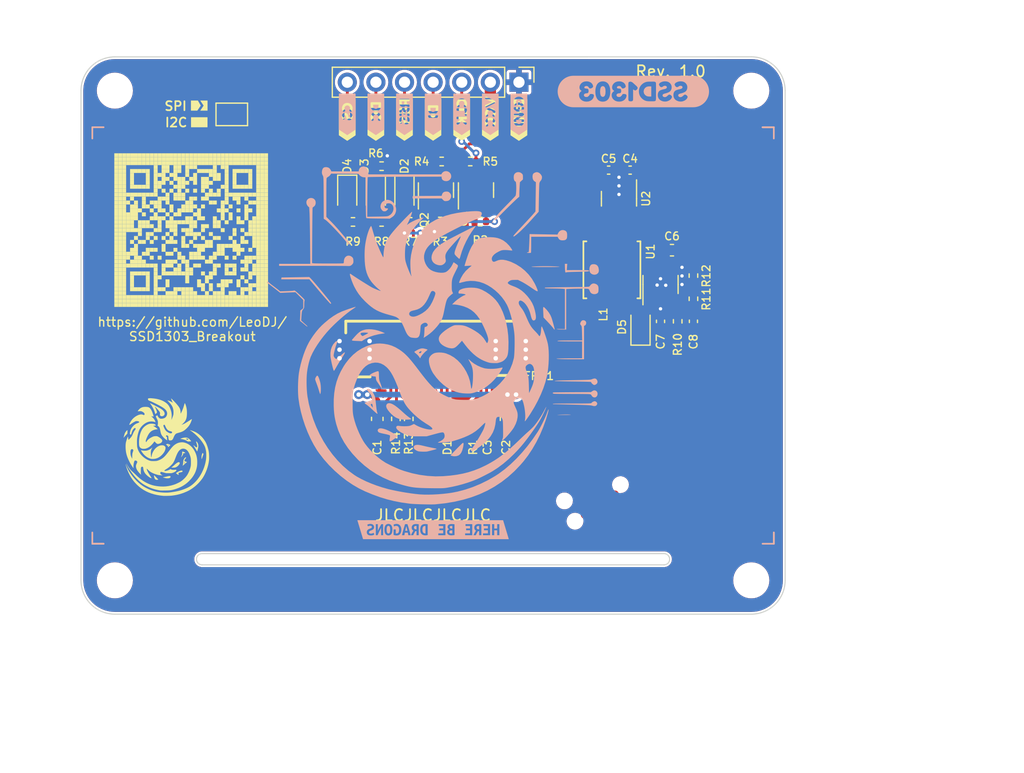
<source format=kicad_pcb>
(kicad_pcb (version 20221018) (generator pcbnew)
  (layers (0 "F.Cu" signal) (31 "B.Cu" signal) (34 "B.Paste" user) (35 "F.Paste" user) (36 "B.SilkS" user "B.Silkscreen") (37 "F.SilkS" user "F.Silkscreen") (38 "B.Mask" user) (39 "F.Mask" user) (44 "Edge.Cuts" user))
  (net 0 "")
  (net 1 "/OLED_VCOMH")
  (net 2 "/OLED_D7")
  (net 3 "/OLED_IREF")
  (net 4 "GND")
  (net 5 "/OLED_R{slash}W")
  (net 6 "/OLED_E")
  (net 7 "/OLED_D3")
  (net 8 "/OLED_D4")
  (net 9 "/OLED_D5")
  (net 10 "/OLED_D6")
  (net 11 "+3V3")
  (net 12 "+12V")
  (net 13 "VCC")
  (net 14 "Net-(U1-FB)")
  (net 15 "OLED_D2")
  (net 16 "OLED_D0")
  (net 17 "/PIN_RES")
  (net 18 "OLED_RES")
  (net 19 "/PIN_DC")
  (net 20 "OLED_D{slash}C")
  (net 21 "/PIN_CS")
  (net 22 "OLED_CS")
  (net 23 "OLED_BS1")
  (net 24 "/PIN_CLK")
  (net 25 "/PIN_SDI")
  (net 26 "Net-(R11-Pad2)")
  (net 28 "OLED_D1")
  (net 29 "/Boost_SW")
  (net 30 "/OLED_BS2")
  (footprint "kibuzzard-649270B3" (layer "F.Cu") (at 77.724 65.14973 -90)
    (fp_text reference "kibuzzard-649270B3" hide)
    (fp_text value "G***" hide)
  )
  (footprint "clipboard:1a0fa234-2fd2-4559-88f1-580cf3211e09" (layer "F.Cu") (at 55.554 68.098479)
    (fp_text reference "")
    (fp_text value "")
  )
  (footprint "Package_TO_SOT_SMD:SOT-23" (layer "F.Cu") (at 99.308477 72.13574 -90)
    (fp_text reference "U2")
    (fp_text value "XC6206P332MR")
  )
  (footprint "Capacitor_SMD:C_0402_1005Metric" (layer "F.Cu") (at 102.997 83.03 90)
    (fp_text reference "C7")
    (fp_text value "1uF/25V")
  )
  (footprint "Resistor_SMD:R_0402_1005Metric" (layer "F.Cu") (at 75.694 74.1975)
    (fp_text reference "R9")
    (fp_text value "100k")
  )
  (footprint "Resistor_SMD:R_0402_1005Metric" (layer "F.Cu") (at 83.439 74.1635)
    (fp_text reference "R3")
    (fp_text value "10k")
  )
  (footprint "Package_TO_SOT_SMD:SOT-23" (layer "F.Cu") (at 83.06 71.374 90)
    (fp_text reference "Q2")
    (fp_text value "2N7002")
  )
  (footprint "Diode_SMD:D_SOD-323" (layer "F.Cu") (at 77.724 71.6575 -90)
    (fp_text reference "D3")
    (fp_text value "1N5819WS")
  )
  (footprint "Capacitor_SMD:C_0603_1608Metric" (layer "F.Cu") (at 87.63 91.694 -90)
    (fp_text reference "C3")
    (fp_text value "10uF/25V")
  )
  (footprint "LeoDJ-kicad:Logo_PCBDerg_Mask_10mm" (layer "F.Cu") (at 58.929 93.536)
    (fp_text reference "G***" hide)
    (fp_text value "LOGO" hide)
  )
  (footprint "Resistor_SMD:R_0402_1005Metric" (layer "F.Cu") (at 80.645 91.694 90)
    (fp_text reference "R13")
    (fp_text value "100k")
  )
  (footprint "Resistor_SMD:R_0402_1005Metric" (layer "F.Cu") (at 83.568 68.8295 180)
    (fp_text reference "R4")
    (fp_text value "10k")
  )
  (footprint "Resistor_SMD:R_0402_1005Metric" (layer "F.Cu") (at 86.106 68.8295)
    (fp_text reference "R5")
    (fp_text value "10k")
  )
  (footprint "kibuzzard-649270AD" (layer "F.Cu") (at 80.264 65.150788 -90)
    (fp_text reference "kibuzzard-649270AD" hide)
    (fp_text value "G***" hide)
  )
  (footprint "Resistor_SMD:R_0402_1005Metric" (layer "F.Cu") (at 86.36 91.694 -90)
    (fp_text reference "R1")
    (fp_text value "1M")
  )
  (footprint "LCSC:IND-SMD_L5.0-W5.0" (layer "F.Cu") (at 98.679 78.454 90)
    (fp_text reference "L1")
    (fp_text value "10uH/<250mΩ")
  )
  (footprint "Resistor_SMD:R_0402_1005Metric" (layer "F.Cu") (at 80.774 74.1975)
    (fp_text reference "R7")
    (fp_text value "100k")
  )
  (footprint "Resistor_SMD:R_0402_1005Metric" (layer "F.Cu") (at 79.502 91.694 90)
    (fp_text reference "R14")
    (fp_text value "100k")
  )
  (footprint "kibuzzard-649270A0" (layer "F.Cu") (at 85.344 65.150788 -90)
    (fp_text reference "kibuzzard-649270A0" hide)
    (fp_text value "G***" hide)
  )
  (footprint "kibuzzard-649270BA" (layer "F.Cu") (at 75.184 65.150788 -90)
    (fp_text reference "kibuzzard-649270BA" hide)
    (fp_text value "G***" hide)
  )
  (footprint "Package_TO_SOT_SMD:SOT-23" (layer "F.Cu") (at 86.614 71.3695 90)
    (fp_text reference "Q1")
    (fp_text value "2N7002")
  )
  (footprint "MountingHole:MountingHole_2.7mm_M2.5" (layer "F.Cu") (at 111.054 106.036)
    (fp_text reference "REF**1" hide)
    (fp_text value "MountingHole_2.7mm_M2.5")
  )
  (footprint "Diode_SMD:D_SOD-323" (layer "F.Cu") (at 84.074 91.694 -90)
    (fp_text reference "D1")
    (fp_text value "1N5819WS")
  )
  (footprint "Resistor_SMD:R_0402_1005Metric" (layer "F.Cu") (at 105.918 78.964 90)
    (fp_text reference "R12")
    (fp_text value "47k")
  )
  (footprint "Resistor_SMD:R_0402_1005Metric" (layer "F.Cu") (at 86.995 74.1635)
    (fp_text reference "R2")
    (fp_text value "10k")
  )
  (footprint "Package_TO_SOT_SMD:SOT-23-5" (layer "F.Cu") (at 102.997 79.756 90)
    (fp_text reference "U1")
    (fp_text value "TPS61040DBV")
  )
  (footprint "Diode_SMD:D_SOD-323" (layer "F.Cu") (at 75.184 71.6575 -90)
    (fp_text reference "D4")
    (fp_text value "1N5819WS")
  )
  (footprint "kibuzzard-649270A6" (layer "F.Cu") (at 82.804 65.146343 -90)
    (fp_text reference "kibuzzard-649270A6" hide)
    (fp_text value "G***" hide)
  )
  (footprint "kibuzzard-64927098" (layer "F.Cu") (at 87.884 65.14973 -90)
    (fp_text reference "kibuzzard-64927098" hide)
    (fp_text value "G***" hide)
  )
  (footprint "Diode_SMD:D_SOD-323" (layer "F.Cu") (at 101.219 83.534 90)
    (fp_text reference "D5")
    (fp_text value "1N5819WS")
  )
  (footprint "Jumper:SolderJumper-2_P1.3mm_Open_TrianglePad1.0x1.5mm" (layer "F.Cu") (at 64.934 64.643)
    (fp_text reference "JP2" hide)
    (fp_text value "I²C/~{SPI}")
  )
  (footprint "Resistor_SMD:R_0402_1005Metric" (layer "F.Cu") (at 105.918 81.024 90)
    (fp_text reference "R11")
    (fp_text value "68k")
  )
  (footprint "MountingHole:MountingHole_2.7mm_M2.5" (layer "F.Cu") (at 54.554 106.036)
    (fp_text reference "REF**" hide)
    (fp_text value "MountingHole_2.7mm_M2.5")
  )
  (footprint "kibuzzard-6492708E" (layer "F.Cu") (at 90.424 65.151 -90)
    (fp_text reference "kibuzzard-6492708E" hide)
    (fp_text value "G***" hide)
  )
  (footprint "Resistor_SMD:R_0402_1005Metric" (layer "F.Cu") (at 104.521 83.026 90)
    (fp_text reference "R10")
    (fp_text value "1M")
  )
  (footprint "Capacitor_SMD:C_0603_1608Metric" (layer "F.Cu") (at 104.013 76.708)
    (fp_text reference "C6")
    (fp_text value "10u")
  )
  (footprint "Capacitor_SMD:C_0402_1005Metric" (layer "F.Cu") (at 100.296477 69.59574 180)
    (fp_text reference "C4")
    (fp_text value "1u")
  )
  (footprint "Resistor_SMD:R_0402_1005Metric" (layer "F.Cu") (at 78.232 69.2445 180)
    (fp_text reference "R6")
    (fp_text value "100k")
  )
  (footprint "Capacitor_SMD:C_0402_1005Metric" (layer "F.Cu") (at 105.918 83.026 90)
    (fp_text reference "C8")
    (fp_text value "10p")
  )
  (footprint "MountingHole:MountingHole_2.7mm_M2.5" (layer "F.Cu") (at 54.554 62.536)
    (fp_text reference "REF**" hide)
    (fp_text value "MountingHole_2.7mm_M2.5")
  )
  (footprint "Capacitor_SMD:C_0603_1608Metric" (layer "F.Cu") (at 77.851 91.694 -90)
    (fp_text reference "C1")
    (fp_text value "10u")
  )
  (footprint "MountingHole:MountingHole_2.7mm_M2.5" (layer "F.Cu") (at 111.054 62.536)
    (fp_text reference "REF**2" hide)
    (fp_text value "MountingHole_2.7mm_M2.5")
  )
  (footprint "Resistor_SMD:R_0402_1005Metric" (layer "F.Cu") (at 78.234 74.1975)
    (fp_text reference "R8")
    (fp_text value "100k")
  )
  (footprint "Capacitor_SMD:C_0603_1608Metric" (layer "F.Cu") (at 89.281 91.694 -90)
    (fp_text reference "C2")
    (fp_text value "10uF/25V")
  )
  (footprint "LCSC:FFC-SMD_22P-P0.50_X05A20L22T" (layer "F.Cu") (at 82.804 86.8245 180)
    (fp_text reference "FPC1")
    (fp_text value "X05A20L22T")
  )
  (footprint "Diode_SMD:D_SOD-323" (layer "F.Cu") (at 80.264 71.6575 -90)
    (fp_text reference "D2")
    (fp_text value "1N5819WS")
  )
  (footprint "Connector_PinHeader_2.54mm:PinHeader_1x07_P2.54mm_Vertical" (layer "F.Cu") (at 90.429 61.786 -90)
    (fp_text reference "J1" hide)
    (fp_text value "PinHeader")
  )
  (footprint "Capacitor_SMD:C_0402_1005Metric" (layer "F.Cu") (at 98.391477 69.59574)
    (fp_text reference "C5")
    (fp_text value "1u")
  )
  (footprint "LeoDJ-kicad:Paw-Connect_TC2030-IDC-NL_2x03_P1.27mm_Vertical" (layer "F.Cu") (at 96.954782 99.16559)
    (fp_text reference "REF**" hide)
    (fp_text value "Paw-Connect_TC2030-IDC-NL_2x03_P1.27mm_Vertical")
  )
  (footprint "LOGO" (layer "B.Cu") (at 82.804 84.286 180)
    (fp_text reference "G***" hide)
    (fp_text value "LOGO" hide)
  )
  (footprint "kibuzzard-649270AD" (layer "B.Cu") (at 80.264 64.643 -90)
    (fp_text reference "kibuzzard-649270AD" hide)
    (fp_text value "G***" hide)
  )
  (footprint "kibuzzard-64927129" (layer "B.Cu") (at 100.584 62.611 180)
    (fp_text reference "kibuzzard-64927129" hide)
    (fp_text value "G***" hide)
  )
  (footprint "kibuzzard-649270B3" (layer "B.Cu") (at 77.724 64.641942 -90)
    (fp_text reference "kibuzzard-649270B3" hide)
    (fp_text value "G***" hide)
  )
  (footprint "kibuzzard-649270BA" (layer "B.Cu") (at 75.184 64.643 -90)
    (fp_text reference "kibuzzard-649270BA" hide)
    (fp_text value "G***" hide)
  )
  (footprint "kibuzzard-649270A0" (layer "B.Cu") (at 85.344 64.643 -90)
    (fp_text reference "kibuzzard-649270A0" hide)
    (fp_text value "G***" hide)
  )
  (footprint "kibuzzard-6492A15D" (layer "B.Cu") (at 82.804 101.536 180)
    (fp_text reference "kibuzzard-6492A15D" hide)
    (fp_text value "G***" hide)
  )
  (footprint "kibuzzard-64927098" (layer "B.Cu") (at 87.884 64.641942 -90)
    (fp_text reference "kibuzzard-64927098" hide)
    (fp_text value "G***" hide)
  )
  (footprint "kibuzzard-649270A6" (layer "B.Cu") (at 82.804 64.638555 -90)
    (fp_text reference "kibuzzard-649270A6" hide)
    (fp_text value "G***" hide)
  )
  (footprint "kibuzzard-6492708E" (layer "B.Cu") (at 90.424 64.643212 -90)
    (fp_text reference "kibuzzard-6492708E" hide)
    (fp_text value "G***" hide)
  )
  (gr_line (start 53.554 102.786) (end 52.554 102.786) (stroke (width 0.15)) (layer "B.SilkS"))
  (gr_line (start 113.054 65.786) (end 112.054 65.786) (stroke (width 0.15)) (layer "B.SilkS"))
  (gr_line (start 52.554 102.786) (end 53.554 102.786) (stroke (width 0.15)) (layer "B.SilkS"))
  (gr_line (start 112.054 65.786) (end 113.054 65.786) (stroke (width 0.15)) (layer "B.SilkS"))
  (gr_line (start 113.054 65.786) (end 113.054 66.786) (stroke (width 0.15)) (layer "B.SilkS"))
  (gr_line (start 52.554 65.786) (end 53.554 65.786) (stroke (width 0.15)) (layer "B.SilkS"))
  (gr_line (start 52.554 66.786) (end 52.554 65.786) (stroke (width 0.15)) (layer "B.SilkS"))
  (gr_line (start 113.054 101.786) (end 113.054 102.786) (stroke (width 0.15)) (layer "B.SilkS"))
  (gr_line (start 113.054 102.786) (end 112.054 102.786) (stroke (width 0.15)) (layer "B.SilkS"))
  (gr_line (start 52.554 102.786) (end 52.554 101.786) (stroke (width 0.15)) (layer "B.SilkS"))
  (gr_line (start 113.054 102.786) (end 113.054 101.786) (stroke (width 0.15)) (layer "B.SilkS"))
  (gr_poly (pts (xy 62.1332 63.4128) (xy 62.4332 63.8628) (xy 62.1332 64.3128) (xy 62.7832 64.3128) (xy 62.7832 63.4128)) (fill solid) (layer "F.SilkS"))
  (gr_poly (pts (xy 62.1792 63.8628) (xy 61.9252 63.4128) (xy 61.3082 63.4128) (xy 61.3082 64.3128) (xy 61.8744 64.3128)) (fill solid) (layer "F.SilkS"))
  (gr_rect (start 61.316646 64.89745) (end 62.778646 65.78895) (fill solid) (layer "F.SilkS"))
  (gr_line (start 54.550321 109.039679) (end 111.057679 109.039679) (stroke (width 0.1)) (layer "Edge.Cuts"))
  (gr_arc (start 51.55032 62.536) (mid 52.428999 60.414679) (end 54.55032 59.536) (stroke (width 0.1)) (layer "Edge.Cuts"))
  (gr_line (start 103.304 104.661) (end 62.304 104.661) (stroke (width 0.1)) (layer "Edge.Cuts"))
  (gr_arc (start 114.057679 106.039679) (mid 113.179 108.161) (end 111.057679 109.039679) (stroke (width 0.1)) (layer "Edge.Cuts"))
  (gr_line (start 111.057679 59.532321) (end 54.55032 59.536) (stroke (width 0.1)) (layer "Edge.Cuts"))
  (gr_arc (start 54.550321 109.039679) (mid 52.429 108.161) (end 51.550321 106.039679) (stroke (width 0.1)) (layer "Edge.Cuts"))
  (gr_line (start 114.057679 106.039679) (end 114.057679 62.532321) (stroke (width 0.1)) (layer "Edge.Cuts"))
  (gr_line (start 51.55032 62.536) (end 51.550321 106.039679) (stroke (width 0.1)) (layer "Edge.Cuts"))
  (gr_arc (start 111.057679 59.532321) (mid 113.179 60.411) (end 114.057679 62.532321) (stroke (width 0.1)) (layer "Edge.Cuts"))
  (gr_arc (start 103.304 103.661) (mid 103.804 104.161) (end 103.304 104.661) (stroke (width 0.1)) (layer "Edge.Cuts"))
  (gr_arc (start 62.304 104.661) (mid 61.804 104.161) (end 62.304 103.661) (stroke (width 0.1)) (layer "Edge.Cuts"))
  (gr_line (start 62.304 103.661) (end 103.304 103.661) (stroke (width 0.1)) (layer "Edge.Cuts"))
  (gr_text "Rev. 1.0" (at 100.679 61.411) (layer "F.SilkS") (effects (font (size 1 1)) (justify left bottom)))
  (gr_text "I2C" (at 58.9224 65.833) (layer "F.SilkS") (effects (font (size 0.8 0.8)) (justify left bottom)))
  (gr_text "https://github.com/LeoDJ/\nSSD1303_Breakout" (at 61.429 84.848479) (layer "F.SilkS") (effects (font (size 0.8 0.8) (thickness 0.12)) (justify bottom)))
  (gr_text "SPI" (at 58.8772 64.378) (layer "F.SilkS") (effects (font (size 0.8 0.8)) (justify left bottom)))
  (gr_text "JLCJLCJLCJLC" (at 82.804 100.838) (layer "F.SilkS") (effects (font (size 1 1)) (justify bottom)))
  (segment (start 87.554 88.1145) (end 87.554 90.843) (width 0.254) (layer "F.Cu") (net 1))
  (segment (start 87.554 90.843) (end 87.63 90.919) (width 0.254) (layer "F.Cu") (net 1))
  (segment (start 86.36 90.17) (end 86.36 91.184) (width 0.254) (layer "F.Cu") (net 3))
  (segment (start 87.054 89.476) (end 86.36 90.17) (width 0.254) (layer "F.Cu") (net 3))
  (segment (start 87.054 88.1145) (end 87.054 89.476) (width 0.254) (layer "F.Cu") (net 3))
  (segment (start 78.74 69.2425) (end 78.742 69.2445) (width 0.254) (layer "F.Cu") (net 4))
  (segment (start 103.529518 79.756) (end 104.902 79.756) (width 0.254) (layer "F.Cu") (net 4))
  (segment (start 104.902 78.994) (end 104.902 78.232) (width 0.254) (layer "F.Cu") (net 4))
  (segment (start 91.0336 85.5472) (end 88.3666 85.5472) (width 2.5) (layer "F.Cu") (net 4))
  (segment (start 103.459362 79.826156) (end 103.529518 79.756) (width 0.254) (layer "F.Cu") (net 4))
  (segment (start 77.1652 85.5472) (end 74.4982 85.5472) (width 2.5) (layer "F.Cu") (net 4))
  (segment (start 102.6922 79.8068) (end 102.711556 79.826156) (width 0.254) (layer "F.Cu") (net 4))
  (segment (start 78.74 68.3215) (end 78.74 69.2425) (width 0.254) (layer "F.Cu") (net 4))
  (segment (start 102.997 80.8935) (end 102.997 81.915) (width 0.254) (layer "F.Cu") (net 4))
  (segment (start 102.711556 79.826156) (end 103.459362 79.826156) (width 0.254) (layer "F.Cu") (net 4))
  (via (at 77.1652 84.7852) (size 0.8) (drill 0.4) (layers "F.Cu" "B.Cu") (net 4))
  (via (at 102.6922 79.8068) (size 0.6) (drill 0.3) (layers "F.Cu" "B.Cu") (net 4))
  (via (at 74.4982 85.5472) (size 0.8) (drill 0.4) (layers "F.Cu" "B.Cu") (net 4))
  (via (at 104.902 79.756) (size 0.6) (drill 0.3) (layers "F.Cu" "B.Cu") (net 4))
  (via (at 88.3666 85.5472) (size 0.8) (drill 0.4) (layers "F.Cu" "B.Cu") (net 4))
  (via (at 77.1652 85.5472) (size 0.8) (drill 0.4) (layers "F.Cu" "B.Cu") (net 4))
  (via (at 102.997 79.245) (size 0.6) (drill 0.3) (layers "F.Cu" "B.Cu") (net 4))
  (via (at 77.1652 86.3092) (size 0.8) (drill 0.4) (layers "F.Cu" "B.Cu") (net 4))
  (via (at 99.308477 70.99274) (size 0.6) (drill 0.3) (layers "F.Cu" "B.Cu") (net 4))
  (via (at 91.0336 86.3092) (size 0.8) (drill 0.4) (layers "F.Cu" "B.Cu") (net 4))
  (via (at 88.3666 84.7852) (size 0.8) (drill 0.4) (layers "F.Cu" "B.Cu") (net 4))
  (via (at 99.308477 70.23074) (size 0.6) (drill 0.3) (layers "F.Cu" "B.Cu") (net 4))
  (via (at 78.74 68.3215) (size 0.6) (drill 0.3) (layers "F.Cu" "B.Cu") (net 4))
  (via (at 103.459362 79.826156) (size 0.6) (drill 0.3) (layers "F.Cu" "B.Cu") (net 4))
  (via (at 74.4982 84.7852) (size 0.8) (drill 0.4) (layers "F.Cu" "B.Cu") (net 4))
  (via (at 91.0336 85.5472) (size 0.8) (drill 0.4) (layers "F.Cu" "B.Cu") (net 4))
  (via (at 102.997 81.915) (size 0.6) (drill 0.3) (layers "F.Cu" "B.Cu") (net 4))
  (via (at 74.4982 86.3092) (size 0.8) (drill 0.4) (layers "F.Cu" "B.Cu") (net 4))
  (via (at 88.3666 86.3092) (size 0.8) (drill 0.4) (layers "F.Cu" "B.Cu") (net 4))
  (via (at 104.902 78.994) (size 0.6) (drill 0.3) (layers "F.Cu" "B.Cu") (net 4))
  (via (at 99.308477 71.75474) (size 0.6) (drill 0.3) (layers "F.Cu" "B.Cu") (net 4))
  (via (at 104.902 78.232) (size 0.6) (drill 0.3) (layers "F.Cu" "B.Cu") (net 4))
  (via (at 91.0336 84.7852) (size 0.8) (drill 0.4) (layers "F.Cu" "B.Cu") (net 4))
  (segment (start 94.554 87.411) (end 92.43 89.535) (width 0.508) (layer "F.Cu") (net 11))
  (segment (start 82.11 73.3715) (end 82.11 72.3115) (width 0.254) (layer "F.Cu") (net 11))
  (segment (start 79.054 89.716) (end 77.851 90.919) (width 0.254) (layer "F.Cu") (net 11))
  (segment (start 94.554 76.642) (end 94.554 87.411) (width 0.508) (layer "F.Cu") (net 11))
  (segment (start 97.911477 70.10374) (end 98.358477 70.55074) (width 0.508) (layer "F.Cu") (net 11))
  (segment (start 76.2 89.535) (end 76.962 89.535) (width 0.508) (layer "F.Cu") (net 11))
  (segment (start 85.664 72.307) (end 85.664 71.821) (width 0.508) (layer "F.Cu") (net 11))
  (segment (start 97.911477 69.59574) (end 97.911477 70.10374) (width 0.508) (layer "F.Cu") (net 11))
  (segment (start 82.11 71.95) (end 82.11 72.3115) (width 0.508) (layer "F.Cu") (net 11))
  (segment (start 94.535 76.661) (end 88.345 76.661) (width 0.508) (layer "F.Cu") (net 11))
  (segment (start 86.485 74.801) (end 86.485 74.1635) (width 0.508) (layer "F.Cu") (net 11))
  (segment (start 79.054 81.4416) (end 64.209 66.5966) (width 0.254) (layer "F.Cu") (net 11))
  (segment (start 78.744 74.1975) (end 78.744 71.632) (width 0.508) (layer "F.Cu") (net 11))
  (segment (start 90.17 89.535) (end 89.408 89.535) (width 0.508) (layer "F.Cu") (net 11))
  (segment (start 82.423 71.628) (end 82.11 71.941) (width 0.508) (layer "F.Cu") (net 11))
  (segment (start 82.11 71.941) (end 82.11 72.3115) (width 0.508) (layer "F.Cu") (net 11))
  (segment (start 78.744 71.632) (end 78.74 71.628) (width 0.508) (layer "F.Cu") (net 11))
  (segment (start 86.485 74.039) (end 85.664 73.218) (width 0.508) (layer "F.Cu") (net 11))
  (segment (start 83.185 71.628) (end 83.28142 71.628) (width 0.254) (layer "F.Cu") (net 11))
  (segment (start 84.963 71.12) (end 83.82 71.12) (width 0.508) (layer "F.Cu") (net 11))
  (segment (start 88.345 76.661) (end 86.485 74.801) (width 0.508) (layer "F.Cu") (net 11))
  (segment (start 77.343 89.535) (end 77.851 90.043) (width 0.508) (layer "F.Cu") (net 11))
  (segment (start 86.485 74.1635) (end 86.485 74.039) (width 0.508) (layer "F.Cu") (net 11))
  (segment (start 83.28142 71.628) (end 83.78942 71.12) (width 0.254) (layer "F.Cu") (net 11))
  (segment (start 81.284 74.1975) (end 82.11 73.3715) (width 0.254) (layer "F.Cu") (net 11))
  (segment (start 76.962 89.535) (end 77.343 89.535) (width 0.508) (layer "F.Cu") (net 11))
  (segment (start 82.929 74.1635) (end 82.9265 74.1635) (width 0.254) (layer "F.Cu") (net 11))
  (segment (start 98.358477 71.19824) (end 98.358477 72.837523) (width 0.508) (layer "F.Cu") (net 11))
  (segment (start 83.78942 71.12) (end 83.82 71.12) (width 0.254) (layer "F.Cu") (net 11))
  (segment (start 64.209 66.5966) (end 64.209 64.643) (width 0.254) (layer "F.Cu") (net 11))
  (segment (start 98.358477 70.55074) (end 98.358477 71.19824) (width 0.508) (layer "F.Cu") (net 11))
  (segment (start 81.788 71.628) (end 82.11 71.95) (width 0.508) (layer "F.Cu") (net 11))
  (segment (start 76.835 71.628) (end 81.788 71.628) (width 0.508) (layer "F.Cu") (net 11))
  (segment (start 83.185 71.628) (end 82.423 71.628) (width 0.508) (layer "F.Cu") (net 11))
  (segment (start 79.054 88.1145) (end 79.054 89.716) (width 0.254) (layer "F.Cu") (net 11))
  (segment (start 95.758 75.438) (end 94.535 76.661) (width 0.508) (layer "F.Cu") (net 11))
  (segment (start 92.43 89.535) (end 90.17 89.535) (width 0.508) (layer "F.Cu") (net 11))
  (segment (start 95.758 75.438) (end 94.554 76.642) (width 0.508) (layer "F.Cu") (net 11))
  (segment (start 79.054 88.1145) (end 79.054 81.4416) (width 0.254) (layer "F.Cu") (net 11))
  (segment (start 76.204 72.259) (end 76.835 71.628) (width 0.508) (layer "F.Cu") (net 11))
  (segment (start 77.851 90.043) (end 77.851 90.919) (width 0.508) (layer "F.Cu") (net 11))
  (segment (start 82.9265 74.1635) (end 82.11 73.347) (width 0.254) (layer "F.Cu") (net 11))
  (segment (start 85.664 73.218) (end 85.664 72.307) (width 0.508) (layer "F.Cu") (net 11))
  (segment (start 98.358477 72.837523) (end 95.758 75.438) (width 0.508) (layer "F.Cu") (net 11))
  (segment (start 76.204 74.1975) (end 76.204 72.259) (width 0.508) (layer "F.Cu") (net 11))
  (segment (start 82.11 73.347) (end 82.11 72.3115) (width 0.254) (layer "F.Cu") (net 11))
  (segment (start 85.09 71.247) (end 84.963 71.12) (width 0.508) (layer "F.Cu") (net 11))
  (segment (start 85.664 71.821) (end 85.09 71.247) (width 0.508) (layer "F.Cu") (net 11))
  (via (at 89.408 89.535) (size 0.8) (drill 0.4) (layers "F.Cu" "B.Cu") (net 11))
  (via (at 76.2 89.535) (size 0.8) (drill 0.4) (layers "F.Cu" "B.Cu") (net 11))
  (via (at 76.962 89.535) (size 0.8) (drill 0.4) (layers "F.Cu" "B.Cu") (net 11))
  (via (at 90.17 89.535) (size 0.8) (drill 0.4) (layers "F.Cu" "B.Cu") (net 11))
  (segment (start 76.962 89.535) (end 76.2 89.535) (width 0.508) (layer "B.Cu") (net 11))
  (segment (start 89.408 89.535) (end 90.17 89.535) (width 0.508) (layer "B.Cu") (net 11))
  (segment (start 89.408 89.535) (end 76.962 89.535) (width 0.508) (layer "B.Cu") (net 11))
  (segment (start 88.054 89.451) (end 89.281 90.678) (width 0.254) (layer "F.Cu") (net 12))
  (segment (start 89.281 90.678) (end 89.281 90.919) (width 0.254) (layer "F.Cu") (net 12))
  (segment (start 89.281 90.919) (end 98.311 90.919) (width 0.508) (layer "F.Cu") (net 12))
  (segment (start 101.219 88.011) (end 101.219 84.584) (width 0.508) (layer "F.Cu") (net 12))
  (segment (start 88.054 88.1145) (end 88.054 89.451) (width 0.254) (layer "F.Cu") (net 12))
  (segment (start 98.311 90.919) (end 101.219 88.011) (width 0.508) (layer "F.Cu") (net 12))
  (segment (start 101.086477 70.99274) (end 101.086477 70.48474) (width 0.508) (layer "F.Cu") (net 13))
  (segment (start 101.086477 70.48474) (end 101.086477 69.90574) (width 0.508) (layer "F.Cu") (net 13))
  (segment (start 87.889 61.786) (end 87.889 63.124) (width 1) (layer "F.Cu") (net 13))
  (segment (start 103.238 68.567) (end 103.238 70.86574) (width 1) (layer "F.Cu") (net 13))
  (segment (start 100.275977 73.07324) (end 101.086477 72.26274) (width 0.508) (layer "F.Cu") (net 13))
  (segment (start 84.8405 68.4485) (end 84.8405 68.8295) (width 0.254) (layer "F.Cu") (net 13))
  (segment (start 101.086477 70.99274) (end 103.111 70.99274) (width 0.508) (layer "F.Cu") (net 13))
  (segment (start 101.086477 69.90574) (end 100.776477 69.59574) (width 0.508) (layer "F.Cu") (net 13))
  (segment (start 103.111 70.99274) (end 103.238 70.86574) (width 0.508) (layer "F.Cu") (net 13))
  (segment (start 90.17 65.405) (end 98.171 65.405) (width 1) (layer "F.Cu") (net 13))
  (segment (start 84.078 68.8295) (end 84.8315 68.8295) (width 0.254) (layer "F.Cu") (net 13))
  (segment (start 101.086477 72.26274) (end 101.086477 70.99274) (width 0.508) (layer "F.Cu") (net 13))
  (segment (start 103.947 78.6185) (end 102.047 78.6185) (width 0.254) (layer "F.Cu") (net 13))
  (segment (start 103.238 70.86574) (end 103.238 76.708) (width 1) (layer "F.Cu") (net 13))
  (segment (start 87.889 63.124) (end 90.17 65.405) (width 1) (layer "F.Cu") (net 13))
  (segment (start 99.308477 73.07324) (end 100.275977 73.07324) (width 0.508) (layer "F.Cu") (net 13))
  (segment (start 88.3158 67.2592) (end 86.0298 67.2592) (width 0.254) (layer "F.Cu") (net 13))
  (segment (start 90.17 65.405) (end 88.3158 67.2592) (width 0.254) (layer "F.Cu") (net 13))
  (segment (start 98.171 65.405) (end 100.076 65.405) (width 1) (layer "F.Cu") (net 13))
  (segment (start 100.076 65.405) (end 103.238 68.567) (width 1) (layer "F.Cu") (net 13))
  (segment (start 86.0298 67.2592) (end 84.8405 68.4485) (width 0.254) (layer "F.Cu") (net 13))
  (segment (start 84.8405 68.8295) (end 85.596 68.8295) (width 0.254) (layer "F.Cu") (net 13))
  (segment (start 103.947 81.595) (end 104.521 82.169) (width 0.254) (layer "F.Cu") (net 14))
  (segment (start 105.918 82.546) (end 105.918 81.534) (width 0.254) (layer "F.Cu") (net 14))
  (segment (start 103.947 80.8935) (end 103.947 81.595) (width 0.254) (layer "F.Cu") (net 14))
  (segment (start 104.551 82.546) (end 104.521 82.516) (width 0.254) (layer "F.Cu") (net 14))
  (segment (start 104.521 82.169) (end 104.521 82.516) (width 0.254) (layer "F.Cu") (net 14))
  (segment (start 105.918 82.546) (end 104.551 82.546) (width 0.254) (layer "F.Cu") (net 14))
  (segment (start 84.054 90.624) (end 84.074 90.644) (width 0.254) (layer "F.Cu") (net 15))
  (segment (start 84.054 88.1145) (end 84.054 90.624) (width 0.254) (layer "F.Cu") (net 15))
  (segment (start 82.9275 75.057) (end 83.054 75.1835) (width 0.254) (layer "F.Cu") (net 16))
  (segment (start 87.505 72.366) (end 87.564 72.307) (width 0.254) (layer "F.Cu") (net 16))
  (segment (start 88.2605 74.1635) (end 88.265 74.168) (width 0.254) (layer "F.Cu") (net 16))
  (segment (start 87.505 74.1635) (end 88.2605 74.1635) (width 0.254) (layer "F.Cu") (net 16))
  (segment (start 87.505 74.1635) (end 87.505 72.366) (width 0.254) (layer "F.Cu") (net 16))
  (segment (start 83.054 75.1835) (end 83.054 88.1145) (width 0.254) (layer "F.Cu") (net 16))
  (via (at 88.265 74.168) (size 0.6) (drill 0.3) (layers "F.Cu" "B.Cu") (net 16))
  (via (at 82.9275 75.057) (size 0.6) (drill 0.3) (layers "F.Cu" "B.Cu") (net 16))
  (segment (start 88.265 74.168) (end 83.8165 74.168) (width 0.254) (layer "B.Cu") (net 16))
  (segment (start 83.8165 74.168) (end 82.9275 75.057) (width 0.254) (layer "B.Cu") (net 16))
  (segment (start 80.269 70.6025) (end 80.269 61.786) (width 0.254) (layer "F.Cu") (net 17))
  (segment (start 80.264 70.6075) (end 80.269 70.6025) (width 0.254) (layer "F.Cu") (net 17))
  (segment (start 81.054 74.9875) (end 81.054 88.1145) (width 0.254) (layer "F.Cu") (net 18))
  (segment (start 80.264 74.1975) (end 80.264 72.7075) (width 0.254) (layer "F.Cu") (net 18))
  (segment (start 80.264 74.1975) (end 81.054 74.9875) (width 0.254) (layer "F.Cu") (net 18))
  (segment (start 77.722 69.2445) (end 77.729 69.2375) (width 0.254) (layer "F.Cu") (net 19))
  (segment (start 77.724 70.6075) (end 77.724 69.2465) (width 0.254) (layer "F.Cu") (net 19))
  (segment (start 77.729 69.2375) (end 77.729 61.786) (width 0.254) (layer "F.Cu") (net 19))
  (segment (start 77.724 69.2465) (end 77.722 69.2445) (width 0.254) (layer "F.Cu") (net 19))
  (segment (start 78.359 75.184) (end 77.724 74.549) (width 0.254) (layer "F.Cu") (net 20))
  (segment (start 81.554 75.3105) (end 81.6805 75.184) (width 0.254) (layer "F.Cu") (net 20))
  (segment (start 80.264 75.184) (end 78.359 75.184) (width 0.254) (layer "F.Cu") (net 20))
  (segment (start 77.724 74.1975) (end 77.724 72.7075) (width 0.254) (layer "F.Cu") (net 20))
  (segment (start 81.554 88.1145) (end 81.554 75.3105) (width 0.254) (layer "F.Cu") (net 20))
  (segment (start 77.724 74.549) (end 77.724 74.1975) (width 0.254) (layer "F.Cu") (net 20))
  (via (at 81.6805 75.184) (size 0.6) (drill 0.3) (layers "F.Cu" "B.Cu") (net 20))
  (via (at 80.264 75.184) (size 0.6) (drill 0.3) (layers "F.Cu" "B.Cu") (net 20))
  (segment (start 81.6805 75.184) (end 80.264 75.184) (width 0.254) (layer "B.Cu") (net 20))
  (segment (start 75.189 70.6025) (end 75.189 61.786) (width 0.254) (layer "F.Cu") (net 21))
  (segment (start 75.184 70.6075) (end 75.189 70.6025) (width 0.254) (layer "F.Cu") (net 21))
  (segment (start 75.184 74.1975) (end 75.184 74.676) (width 0.254) (layer "F.Cu") (net 22))
  (segment (start 80.554 80.046) (end 80.554 88.1145) (width 0.254) (layer "F.Cu") (net 22))
  (segment (start 75.184 74.1975) (end 75.184 72.7075) (width 0.254) (layer "F.Cu") (net 22))
  (segment (start 75.184 74.676) (end 80.554 80.046) (width 0.254) (layer "F.Cu") (net 22))
  (segment (start 79.554 88.1145) (end 79.554 80.824) (width 0.254) (layer "F.Cu") (net 23))
  (segment (start 79.502 91.184) (end 79.554 91.132) (width 0.254) (layer "F.Cu") (net 23))
  (segment (start 65.659 66.929) (end 65.659 64.643) (width 0.254) (layer "F.Cu") (net 23))
  (segment (start 79.554 80.824) (end 65.659 66.929) (width 0.254) (layer "F.Cu") (net 23))
  (segment (start 79.554 91.132) (end 79.554 88.1145) (width 0.254) (layer "F.Cu") (net 23))
  (segment (start 86.614 68.8315) (end 86.616 68.8295) (width 0.254) (layer "F.Cu") (net 24))
  (segment (start 86.614 70.432) (end 86.614 68.8315) (width 0.254) (layer "F.Cu") (net 24))
  (segment (start 86.614 68.072) (end 86.614 68.8275) (width 0.254) (layer "F.Cu") (net 24))
  (segment (start 85.349 67.0102) (end 85.349 61.786) (width 0.254) (layer "F.Cu") (net 24))
  (segment (start 85.349 67.051) (end 85.344 67.056) (width 0.254) (layer "F.Cu") (net 24))
  (segment (start 85.349 67.0102) (end 85.349 67.051) (width 0.254) (layer "F.Cu") (net 24))
  (segment (start 86.614 68.8275) (end 86.616 68.8295) (width 0.254) (layer "F.Cu") (net 24))
  (via (at 85.344 67.056) (size 0.6) (drill 0.3) (layers "F.Cu" "B.Cu") (net 24))
  (via (at 86.614 68.072) (size 0.6) (drill 0.3) (layers "F.Cu" "B.Cu") (net 24))
  (segment (start 86.487 68.072) (end 85.471 67.056) (width 0.254) (layer "B.Cu") (net 24))
  (segment (start 86.614 68.072) (end 86.487 68.072) (width 0.254) (layer "B.Cu") (net 24))
  (segment (start 85.471 67.056) (end 85.344 67.056) (width 0.254) (layer "B.Cu") (net 24))
  (segment (start 83.06 68.8315) (end 83.058 68.8295) (width 0.254) (layer "F.Cu") (net 25))
  (segment (start 83.058 68.8295) (end 82.809 68.5805) (width 0.254) (layer "F.Cu") (net 25))
  (segment (start 82.809 68.5805) (end 82.809 61.786) (width 0.254) (layer "F.Cu") (net 25))
  (segment (start 83.06 70.4365) (end 83.06 68.8315) (width 0.254) (layer "F.Cu") (net 25))
  (segment (start 105.918 80.514) (end 105.918 79.474) (width 0.254) (layer "F.Cu") (net 26))
  (segment (start 83.554 89.674) (end 83.554 88.1145) (width 0.254) (layer "F.Cu") (net 28))
  (segment (start 83.949 74.1635) (end 83.554 74.5585) (width 0.254) (layer "F.Cu") (net 28))
  (segment (start 84.074 92.744) (end 83.312 91.982) (width 0.254) (layer "F.Cu") (net 28))
  (segment (start 83.949 72.3725) (end 84.01 72.3115) (width 0.254) (layer "F.Cu") (net 28))
  (segment (start 83.312 89.916) (end 83.554 89.674) (width 0.254) (layer "F.Cu") (net 28))
  (segment (start 83.554 74.5585) (end 83.554 88.1145) (width 0.254) (layer "F.Cu") (net 28))
  (segment (start 83.312 91.982) (end 83.312 89.916) (width 0.254) (layer "F.Cu") (net 28))
  (segment (start 83.949 74.1635) (end 83.949 72.3725) (width 0.254) (layer "F.Cu") (net 28))
  (segment (start 80.645 91.184) (end 80.645 90.297) (width 0.254) (layer "F.Cu") (net 30))
  (segment (start 80.645 90.297) (end 80.054 89.706) (width 0.254) (layer "F.Cu") (net 30))
  (segment (start 80.054 89.706) (end 80.054 88.1145) (width 0.254) (layer "F.Cu") (net 30))
  (zone (net 12) (net_name "+12V") (layer "F.Cu") (priority 2) (connect_pads yes (clearance 0.254)) (min_thickness 0.254) (fill yes (thermal_gap 0.254) (thermal_bridge_width 0.5) (smoothing chamfer) (radius 0.5))
    (polygon (pts (xy 106.299 83.185) (xy 102.3112 83.185) (xy 101.7524 83.7438) (xy 99.695 83.7438) (xy 99.695 85.979) (xy 106.299 85.979)))
  )
  (zone (net 13) (net_name "VCC") (layer "F.Cu") (priority 3) (connect_pads yes (clearance 0.254)) (min_thickness 0.254) (fill yes (thermal_gap 0.254) (thermal_bridge_width 0.5) (smoothing chamfer) (radius 0.5))
    (polygon (pts (xy 103.987 75.323) (xy 96.508 75.323) (xy 96.52 77.724) (xy 101.092 77.724) (xy 101.092 79.130656) (xy 102.362 79.121) (xy 102.743 78.74) (xy 104.013 78.74)))
  )
  (zone (net 4) (net_name "GND") (layer "F.Cu") (priority 1) (connect_pads yes (clearance 0.254)) (min_thickness 0.254) (fill yes (thermal_gap 0.254) (thermal_bridge_width 0.5) (smoothing chamfer) (radius 0.5))
    (polygon (pts (xy 98.419477 72.13574) (xy 100.705477 72.13574) (xy 100.705477 68.83374) (xy 98.419477 68.83374)))
  )
  (zone (net 29) (net_name "/Boost_SW") (layer "F.Cu") (priority 2) (connect_pads yes (clearance 0.254)) (min_thickness 0.254) (fill yes (thermal_gap 0.254) (thermal_bridge_width 0.5) (smoothing chamfer) (radius 0.5))
    (polygon (pts (xy 102.489 79.121) (xy 96.508 79.121) (xy 96.508 83.058) (xy 102.489 83.058)))
  )
  (zone (net 4) (net_name "GND") (layer "F.Cu") (priority 1) (connect_pads yes (clearance 0.254)) (min_thickness 0.254) (fill yes (thermal_gap 0.254) (thermal_bridge_width 0.5) (smoothing chamfer) (radius 0.5))
    (polygon (pts (xy 106.299 75.819) (xy 102.489 75.819) (xy 102.489 83.058) (xy 106.299 83.058)))
  )
  (zone (net 4) (net_name "GND") (layer "F.Cu") (connect_pads (clearance 0.254)) (min_thickness 0.127) (fill yes (thermal_gap 0.254) (thermal_bridge_width 0.5))
    (polygon (pts (xy 124.587 54.483) (xy 48.641 54.483) (xy 48.641 118.618) (xy 124.587 118.618)))
  )
  (zone (net 4) (net_name "GND") (layer "B.Cu") (connect_pads (clearance 0.254)) (min_thickness 0.127) (fill yes (thermal_gap 0.254) (thermal_bridge_width 0.5))
    (polygon (pts (xy 47.752 55.245) (xy 123.698 55.245) (xy 123.698 119.38) (xy 47.752 119.38)))
  )
)
</source>
